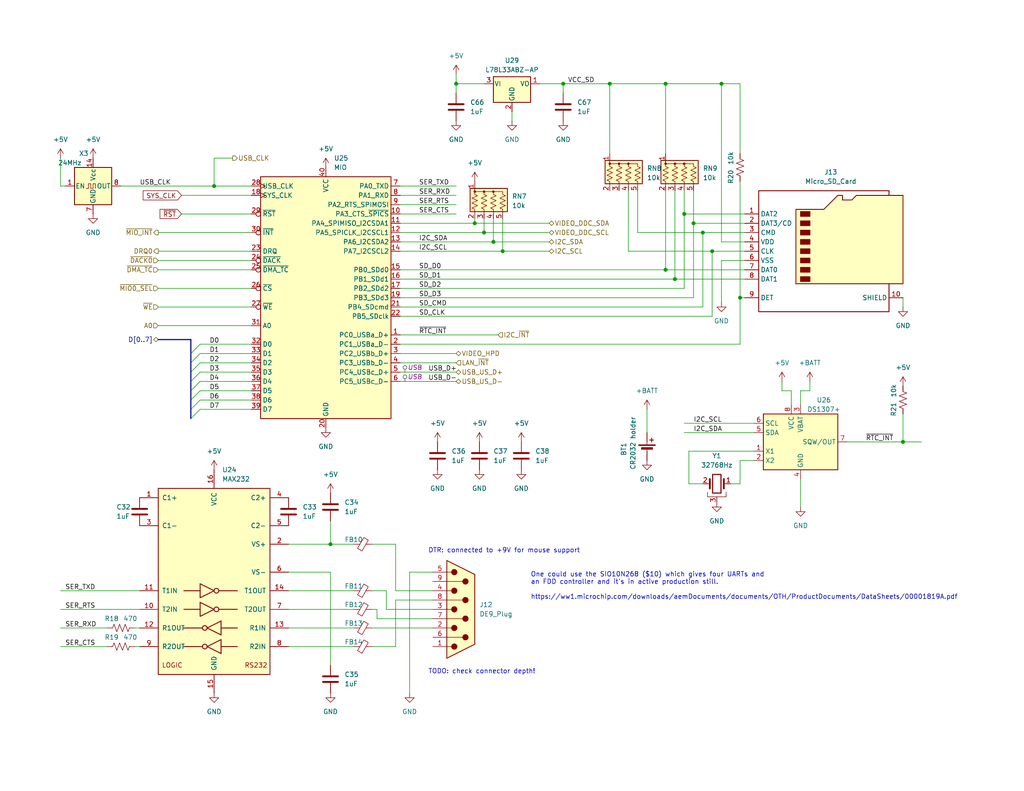
<source format=kicad_sch>
(kicad_sch (version 20231120) (generator "eeschema") (generator_version "8.0")
  (paper "A")
  (title_block (title "Anachron uATX Main I/O Interfaces") (date "2024-02-07") (company "Modular Circuits"))
  (lib_symbols
    (symbol "Connector:DE9_Plug" (pin_names (offset 1.016) hide)
      (property "Reference" "J" (at 0 13.97 0))
      (property "Value" "DE9_Plug" (at 0 -14.605 0))
      (symbol "DE9_Plug_0_1"
        (circle (center -1.778 -10.16) (radius 0.762) (fill (type outline)))
        (circle (center -1.778 -5.08) (radius 0.762) (fill (type outline)))
        (circle (center -1.778 0) (radius 0.762) (fill (type outline)))
        (circle (center -1.778 5.08) (radius 0.762) (fill (type outline)))
        (circle (center -1.778 10.16) (radius 0.762) (fill (type outline)))
        (polyline (pts (xy -3.81 -10.16) (xy -2.54 -10.16)))
        (polyline (pts (xy -3.81 -7.62) (xy 0.508 -7.62)))
        (polyline (pts (xy -3.81 -5.08) (xy -2.54 -5.08)))
        (polyline (pts (xy -3.81 -2.54) (xy 0.508 -2.54)))
        (polyline (pts (xy -3.81 0) (xy -2.54 0)))
        (polyline (pts (xy -3.81 2.54) (xy 0.508 2.54)))
        (polyline (pts (xy -3.81 5.08) (xy -2.54 5.08)))
        (polyline (pts (xy -3.81 7.62) (xy 0.508 7.62)))
        (polyline (pts (xy -3.81 10.16) (xy -2.54 10.16)))
        (polyline (pts (xy -3.81 -13.335) (xy -3.81 13.335) (xy 3.81 9.525) (xy 3.81 -9.525) (xy -3.81 -13.335)) (stroke (width 0.254)) (fill (type background)))
        (circle (center 1.27 -7.62) (radius 0.762) (fill (type outline)))
        (circle (center 1.27 -2.54) (radius 0.762) (fill (type outline)))
        (circle (center 1.27 2.54) (radius 0.762) (fill (type outline)))
        (circle (center 1.27 7.62) (radius 0.762) (fill (type outline)))
      )
      (symbol "DE9_Plug_1_1"
        (pin passive line (at -7.62 -10.16 0) (length 3.81) (name "1") (number "1"))
        (pin passive line (at -7.62 -5.08 0) (length 3.81) (name "2") (number "2"))
        (pin passive line (at -7.62 0 0) (length 3.81) (name "3") (number "3"))
        (pin passive line (at -7.62 5.08 0) (length 3.81) (name "4") (number "4"))
        (pin passive line (at -7.62 10.16 0) (length 3.81) (name "5") (number "5"))
        (pin passive line (at -7.62 -7.62 0) (length 3.81) (name "6") (number "6"))
        (pin passive line (at -7.62 -2.54 0) (length 3.81) (name "7") (number "7"))
        (pin passive line (at -7.62 2.54 0) (length 3.81) (name "8") (number "8"))
        (pin passive line (at -7.62 7.62 0) (length 3.81) (name "9") (number "9"))
      )
    )
    (symbol "Connector:Micro_SD_Card_Det1"
      (property "Reference" "J" (at -16.51 17.78 0))
      (property "Value" "Micro_SD_Card_Det1" (at 16.51 17.78 0))
      (symbol "Micro_SD_Card_Det1_0_1"
        (rectangle (start -7.62 -6.985) (end -5.08 -8.255) (stroke (width 0.254)) (fill (type outline)))
        (rectangle (start -7.62 -4.445) (end -5.08 -5.715) (stroke (width 0.254)) (fill (type outline)))
        (rectangle (start -7.62 -1.905) (end -5.08 -3.175) (stroke (width 0.254)) (fill (type outline)))
        (rectangle (start -7.62 0.635) (end -5.08 -0.635) (stroke (width 0.254)) (fill (type outline)))
        (rectangle (start -7.62 3.175) (end -5.08 1.905) (stroke (width 0.254)) (fill (type outline)))
        (rectangle (start -7.62 5.715) (end -5.08 4.445) (stroke (width 0.254)) (fill (type outline)))
        (rectangle (start -7.62 8.255) (end -5.08 6.985) (stroke (width 0.254)) (fill (type outline)))
        (rectangle (start -7.62 10.795) (end -5.08 9.525) (stroke (width 0.254)) (fill (type outline)))
        (polyline (pts (xy 16.51 15.24) (xy 16.51 16.51) (xy -19.05 16.51) (xy -19.05 -16.51) (xy 16.51 -16.51) (xy 16.51 -8.89)) (stroke (width 0.254)))
        (polyline (pts (xy -8.89 -8.89) (xy -8.89 11.43) (xy -1.27 11.43) (xy 2.54 15.24) (xy 3.81 15.24) (xy 3.81 13.97) (xy 6.35 13.97) (xy 7.62 15.24) (xy 20.32 15.24) (xy 20.32 -8.89) (xy -8.89 -8.89)) (stroke (width 0.254)) (fill (type background)))
      )
      (symbol "Micro_SD_Card_Det1_1_1"
        (pin bidirectional line (at -22.86 10.16 0) (length 3.81) (name "DAT2") (number "1"))
        (pin passive line (at 20.32 -12.7 180) (length 3.81) (name "SHIELD") (number "10"))
        (pin bidirectional line (at -22.86 7.62 0) (length 3.81) (name "DAT3/CD") (number "2"))
        (pin input line (at -22.86 5.08 0) (length 3.81) (name "CMD") (number "3"))
        (pin power_in line (at -22.86 2.54 0) (length 3.81) (name "VDD") (number "4"))
        (pin input line (at -22.86 0 0) (length 3.81) (name "CLK") (number "5"))
        (pin power_in line (at -22.86 -2.54 0) (length 3.81) (name "VSS") (number "6"))
        (pin bidirectional line (at -22.86 -5.08 0) (length 3.81) (name "DAT0") (number "7"))
        (pin bidirectional line (at -22.86 -7.62 0) (length 3.81) (name "DAT1") (number "8"))
        (pin passive line (at -22.86 -12.7 0) (length 3.81) (name "DET") (number "9"))
      )
    )
    (symbol "Device:Battery_Cell" (pin_numbers hide) (pin_names (offset 0) hide)
      (property "Reference" "BT" (at 2.54 2.54 0))
      (property "Value" "Battery_Cell" (at 2.54 0 0))
      (symbol "Battery_Cell_0_1"
        (rectangle (start -2.286 1.778) (end 2.286 1.524) (fill (type outline)))
        (rectangle (start -1.524 1.016) (end 1.524 0.508) (fill (type outline)))
        (polyline (pts (xy 0 0.762) (xy 0 0)))
        (polyline (pts (xy 0 1.778) (xy 0 2.54)))
        (polyline (pts (xy 0.762 3.048) (xy 1.778 3.048)) (stroke (width 0.254)))
        (polyline (pts (xy 1.27 3.556) (xy 1.27 2.54)) (stroke (width 0.254)))
      )
      (symbol "Battery_Cell_1_1"
        (pin passive line (at 0 5.08 270) (length 2.54) (name "+") (number "1"))
        (pin passive line (at 0 -2.54 90) (length 2.54) (name "-") (number "2"))
      )
    )
    (symbol "Device:C" (pin_numbers hide) (pin_names (offset 0.254))
      (property "Reference" "C" (at 0.635 2.54 0))
      (property "Value" "C" (at 0.635 -2.54 0))
      (symbol "C_0_1"
        (polyline (pts (xy -2.032 -0.762) (xy 2.032 -0.762)) (stroke (width 0.508)))
        (polyline (pts (xy -2.032 0.762) (xy 2.032 0.762)) (stroke (width 0.508)))
      )
      (symbol "C_1_1"
        (pin passive line (at 0 3.81 270) (length 2.794) (name "~") (number "1"))
        (pin passive line (at 0 -3.81 90) (length 2.794) (name "~") (number "2"))
      )
    )
    (symbol "Device:Crystal_GND3" (pin_names (offset 1.016) hide)
      (property "Reference" "Y" (at 0 5.715 0))
      (property "Value" "Crystal_GND3" (at 0 3.81 0))
      (symbol "Crystal_GND3_0_1"
        (rectangle (start -1.143 2.54) (end 1.143 -2.54) (stroke (width 0.3048)))
        (polyline (pts (xy -2.54 0) (xy -1.905 0)))
        (polyline (pts (xy -1.905 -1.27) (xy -1.905 1.27)) (stroke (width 0.508)))
        (polyline (pts (xy 0 -3.81) (xy 0 -3.556)))
        (polyline (pts (xy 1.905 0) (xy 2.54 0)))
        (polyline (pts (xy 1.905 1.27) (xy 1.905 -1.27)) (stroke (width 0.508)))
        (polyline (pts (xy -2.54 -2.286) (xy -2.54 -3.556) (xy 2.54 -3.556) (xy 2.54 -2.286)))
      )
      (symbol "Crystal_GND3_1_1"
        (pin passive line (at -3.81 0 0) (length 1.27) (name "1") (number "1"))
        (pin passive line (at 3.81 0 180) (length 1.27) (name "2") (number "2"))
        (pin passive line (at 0 -5.08 90) (length 1.27) (name "3") (number "3"))
      )
    )
    (symbol "Device:FerriteBead_Small" (pin_numbers hide) (pin_names (offset 0))
      (property "Reference" "FB" (at 1.905 1.27 0))
      (property "Value" "FerriteBead_Small" (at 1.905 -1.27 0))
      (symbol "FerriteBead_Small_0_1"
        (polyline (pts (xy 0 -1.27) (xy 0 -0.7874)))
        (polyline (pts (xy 0 0.889) (xy 0 1.2954)))
        (polyline (pts (xy -1.8288 0.2794) (xy -1.1176 1.4986) (xy 1.8288 -0.2032) (xy 1.1176 -1.4224) (xy -1.8288 0.2794)))
      )
      (symbol "FerriteBead_Small_1_1"
        (pin passive line (at 0 2.54 270) (length 1.27) (name "~") (number "1"))
        (pin passive line (at 0 -2.54 90) (length 1.27) (name "~") (number "2"))
      )
    )
    (symbol "Device:R_Network04_US" (pin_names (offset 0) hide)
      (property "Reference" "RN" (at -7.62 0 90))
      (property "Value" "R_Network04_US" (at 5.08 0 90))
      (symbol "R_Network04_US_0_1"
        (rectangle (start -6.35 -3.175) (end 3.81 3.175) (stroke (width 0.254)) (fill (type background)))
        (circle (center -5.08 2.286) (radius 0.254) (fill (type outline)))
        (circle (center -2.54 2.286) (radius 0.254) (fill (type outline)))
        (polyline (pts (xy -5.08 2.286) (xy 2.54 2.286)))
        (polyline (pts (xy -5.08 2.286) (xy -5.08 1.524) (xy -4.318 1.1684) (xy -5.842 0.508) (xy -4.318 -0.1524) (xy -5.842 -0.8382) (xy -4.318 -1.524) (xy -5.842 -2.1844) (xy -5.08 -2.54) (xy -5.08 -3.81)))
        (polyline (pts (xy -2.54 2.286) (xy -2.54 1.524) (xy -1.778 1.1684) (xy -3.302 0.508) (xy -1.778 -0.1524) (xy -3.302 -0.8382) (xy -1.778 -1.524) (xy -3.302 -2.1844) (xy -2.54 -2.54) (xy -2.54 -3.81)))
        (polyline (pts (xy 0 2.286) (xy 0 1.524) (xy 0.762 1.1684) (xy -0.762 0.508) (xy 0.762 -0.1524) (xy -0.762 -0.8382) (xy 0.762 -1.524) (xy -0.762 -2.1844) (xy 0 -2.54) (xy 0 -3.81)))
        (polyline (pts (xy 2.54 2.286) (xy 2.54 1.524) (xy 3.302 1.1684) (xy 1.778 0.508) (xy 3.302 -0.1524) (xy 1.778 -0.8382) (xy 3.302 -1.524) (xy 1.778 -2.1844) (xy 2.54 -2.54) (xy 2.54 -3.81)))
        (circle (center 0 2.286) (radius 0.254) (fill (type outline)))
      )
      (symbol "R_Network04_US_1_1"
        (pin passive line (at -5.08 5.08 270) (length 2.54) (name "common") (number "1"))
        (pin passive line (at -5.08 -5.08 90) (length 1.27) (name "R1") (number "2"))
        (pin passive line (at -2.54 -5.08 90) (length 1.27) (name "R2") (number "3"))
        (pin passive line (at 0 -5.08 90) (length 1.27) (name "R3") (number "4"))
        (pin passive line (at 2.54 -5.08 90) (length 1.27) (name "R4") (number "5"))
      )
    )
    (symbol "Device:R_US" (pin_numbers hide) (pin_names (offset 0))
      (property "Reference" "R" (at 2.54 0 90))
      (property "Value" "R_US" (at -2.54 0 90))
      (symbol "R_US_0_1"
        (polyline (pts (xy 0 -2.286) (xy 0 -2.54)))
        (polyline (pts (xy 0 2.286) (xy 0 2.54)))
        (polyline (pts (xy 0 -0.762) (xy 1.016 -1.143) (xy 0 -1.524) (xy -1.016 -1.905) (xy 0 -2.286)))
        (polyline (pts (xy 0 0.762) (xy 1.016 0.381) (xy 0 0) (xy -1.016 -0.381) (xy 0 -0.762)))
        (polyline (pts (xy 0 2.286) (xy 1.016 1.905) (xy 0 1.524) (xy -1.016 1.143) (xy 0 0.762)))
      )
      (symbol "R_US_1_1"
        (pin passive line (at 0 3.81 270) (length 1.27) (name "~") (number "1"))
        (pin passive line (at 0 -3.81 90) (length 1.27) (name "~") (number "2"))
      )
    )
    (symbol "Interface_UART:MAX232" (pin_names (offset 1.016))
      (property "Reference" "U" (at -2.54 28.575 0))
      (property "Value" "MAX232" (at -2.54 26.67 0))
      (symbol "MAX232_0_0"
        (text "LOGIC" (at -11.43 -22.86 0) (effects (font (size 1.27 1.27))))
        (text "RS232" (at 11.43 -22.86 0) (effects (font (size 1.27 1.27))))
      )
      (symbol "MAX232_0_1"
        (rectangle (start -15.24 -25.4) (end 15.24 25.4) (stroke (width 0.254)) (fill (type background)))
        (circle (center -2.54 -17.78) (radius 0.635) (stroke (width 0.254)))
        (circle (center -2.54 -12.7) (radius 0.635) (stroke (width 0.254)))
        (polyline (pts (xy -3.81 -7.62) (xy -8.255 -7.62)) (stroke (width 0.254)))
        (polyline (pts (xy -3.81 -2.54) (xy -8.255 -2.54)) (stroke (width 0.254)))
        (polyline (pts (xy -3.175 -17.78) (xy -8.255 -17.78)) (stroke (width 0.254)))
        (polyline (pts (xy -3.175 -12.7) (xy -8.255 -12.7)) (stroke (width 0.254)))
        (polyline (pts (xy 1.27 -7.62) (xy 6.35 -7.62)) (stroke (width 0.254)))
        (polyline (pts (xy 1.27 -2.54) (xy 6.35 -2.54)) (stroke (width 0.254)))
        (polyline (pts (xy 1.905 -17.78) (xy 6.35 -17.78)) (stroke (width 0.254)))
        (polyline (pts (xy 1.905 -12.7) (xy 6.35 -12.7)) (stroke (width 0.254)))
        (polyline (pts (xy -3.81 -5.715) (xy -3.81 -9.525) (xy 0 -7.62) (xy -3.81 -5.715)) (stroke (width 0.254)))
        (polyline (pts (xy -3.81 -0.635) (xy -3.81 -4.445) (xy 0 -2.54) (xy -3.81 -0.635)) (stroke (width 0.254)))
        (polyline (pts (xy 1.905 -15.875) (xy 1.905 -19.685) (xy -1.905 -17.78) (xy 1.905 -15.875)) (stroke (width 0.254)))
        (polyline (pts (xy 1.905 -10.795) (xy 1.905 -14.605) (xy -1.905 -12.7) (xy 1.905 -10.795)) (stroke (width 0.254)))
        (circle (center 0.635 -7.62) (radius 0.635) (stroke (width 0.254)))
        (circle (center 0.635 -2.54) (radius 0.635) (stroke (width 0.254)))
      )
      (symbol "MAX232_1_1"
        (pin passive line (at -20.32 22.86 0) (length 5.08) (name "C1+") (number "1"))
        (pin input line (at -20.32 -7.62 0) (length 5.08) (name "T2IN") (number "10"))
        (pin input line (at -20.32 -2.54 0) (length 5.08) (name "T1IN") (number "11"))
        (pin output line (at -20.32 -12.7 0) (length 5.08) (name "R1OUT") (number "12"))
        (pin input line (at 20.32 -12.7 180) (length 5.08) (name "R1IN") (number "13"))
        (pin output line (at 20.32 -2.54 180) (length 5.08) (name "T1OUT") (number "14"))
        (pin power_in line (at 0 -30.48 90) (length 5.08) (name "GND") (number "15"))
        (pin power_in line (at 0 30.48 270) (length 5.08) (name "VCC") (number "16"))
        (pin power_out line (at 20.32 10.16 180) (length 5.08) (name "VS+") (number "2"))
        (pin passive line (at -20.32 15.24 0) (length 5.08) (name "C1-") (number "3"))
        (pin passive line (at 20.32 22.86 180) (length 5.08) (name "C2+") (number "4"))
        (pin passive line (at 20.32 15.24 180) (length 5.08) (name "C2-") (number "5"))
        (pin power_out line (at 20.32 2.54 180) (length 5.08) (name "VS-") (number "6"))
        (pin output line (at 20.32 -7.62 180) (length 5.08) (name "T2OUT") (number "7"))
        (pin input line (at 20.32 -17.78 180) (length 5.08) (name "R2IN") (number "8"))
        (pin output line (at -20.32 -17.78 0) (length 5.08) (name "R2OUT") (number "9"))
      )
    )
    (symbol "Oscillator:CXO_DIP14" (pin_names (offset 0.254))
      (property "Reference" "X" (at -5.08 6.35 0))
      (property "Value" "CXO_DIP14" (at 1.27 -6.35 0))
      (symbol "CXO_DIP14_0_1"
        (rectangle (start -5.08 5.08) (end 5.08 -5.08) (stroke (width 0.254)) (fill (type background)))
        (polyline (pts (xy -1.905 -0.635) (xy -1.27 -0.635) (xy -1.27 0.635) (xy -0.635 0.635) (xy -0.635 -0.635) (xy 0 -0.635) (xy 0 0.635) (xy 0.635 0.635) (xy 0.635 -0.635)))
      )
      (symbol "CXO_DIP14_1_1"
        (pin input line (at -7.62 0 0) (length 2.54) (name "EN") (number "1"))
        (pin power_in line (at 0 7.62 270) (length 2.54) (name "Vcc") (number "14"))
        (pin power_in line (at 0 -7.62 90) (length 2.54) (name "GND") (number "7"))
        (pin output line (at 7.62 0 180) (length 2.54) (name "OUT") (number "8"))
      )
    )
    (symbol "Regulator_Linear:L78L05_TO92" (pin_names (offset 0.254))
      (property "Reference" "U" (at -3.81 3.175 0))
      (property "Value" "L78L05_TO92" (at 0 3.175 0))
      (symbol "L78L05_TO92_0_1"
        (rectangle (start -5.08 -5.08) (end 5.08 1.905) (stroke (width 0.254)) (fill (type background)))
      )
      (symbol "L78L05_TO92_1_1"
        (pin power_out line (at 7.62 0 180) (length 2.54) (name "VO") (number "1"))
        (pin power_in line (at 0 -7.62 90) (length 2.54) (name "GND") (number "2"))
        (pin power_in line (at -7.62 0 0) (length 2.54) (name "VI") (number "3"))
      )
    )
    (symbol "Timer_RTC:DS1307+"
      (property "Reference" "U" (at -8.89 8.89 0))
      (property "Value" "DS1307+" (at 1.27 8.89 0))
      (symbol "DS1307+_0_1"
        (rectangle (start -10.16 7.62) (end 10.16 -7.62) (stroke (width 0.254)) (fill (type background)))
      )
      (symbol "DS1307+_1_1"
        (pin input line (at -12.7 -2.54 0) (length 2.54) (name "X1") (number "1"))
        (pin input line (at -12.7 -5.08 0) (length 2.54) (name "X2") (number "2"))
        (pin power_in line (at 0 10.16 270) (length 2.54) (name "VBAT") (number "3"))
        (pin power_in line (at 0 -10.16 90) (length 2.54) (name "GND") (number "4"))
        (pin bidirectional line (at -12.7 2.54 0) (length 2.54) (name "SDA") (number "5"))
        (pin input line (at -12.7 5.08 0) (length 2.54) (name "SCL") (number "6"))
        (pin open_collector line (at 12.7 0 180) (length 2.54) (name "SQW/OUT") (number "7"))
        (pin power_in line (at -2.54 10.16 270) (length 2.54) (name "VCC") (number "8"))
      )
    )
    (symbol "anachron:mio"
      (property "Reference" "U" (at 20.32 27.94 0))
      (property "Value" "MIO" (at -17.78 35.56 0))
      (symbol "mio_0_0"
        (pin bidirectional line (at 20.32 -7.62 180) (length 2.54) (name "PC0_USBa_D+") (number "1"))
        (pin bidirectional line (at 20.32 10.16 180) (length 2.54) (name "PB0_SDd0") (number "15"))
        (pin bidirectional line (at 20.32 7.62 180) (length 2.54) (name "PB1_SDd1") (number "16"))
        (pin bidirectional line (at 20.32 5.08 180) (length 2.54) (name "PB2_SDd2") (number "17"))
        (pin bidirectional line (at 20.32 -10.16 180) (length 2.54) (name "PC1_USBa_D-") (number "2"))
        (pin power_in line (at 0 -33.02 90) (length 2.54) (name "GND") (number "20"))
        (pin input inverted (at -20.32 25.4 0) (length 2.54) (name "~{RST}") (number "29"))
        (pin bidirectional line (at 20.32 -12.7 180) (length 2.54) (name "PC2_USBb_D+") (number "3"))
        (pin input line (at -20.32 -5.08 0) (length 2.54) (name "A0") (number "31"))
        (pin bidirectional line (at -20.32 -10.16 0) (length 2.54) (name "D0") (number "32"))
        (pin bidirectional line (at -20.32 -12.7 0) (length 2.54) (name "D1") (number "33"))
        (pin bidirectional line (at -20.32 -15.24 0) (length 2.54) (name "D2") (number "34"))
        (pin bidirectional line (at -20.32 -17.78 0) (length 2.54) (name "D3") (number "35"))
        (pin bidirectional line (at -20.32 -20.32 0) (length 2.54) (name "D4") (number "36"))
        (pin bidirectional line (at -20.32 -22.86 0) (length 2.54) (name "D5") (number "37"))
        (pin bidirectional line (at -20.32 -25.4 0) (length 2.54) (name "D6") (number "38"))
        (pin bidirectional line (at -20.32 -27.94 0) (length 2.54) (name "D7") (number "39"))
        (pin bidirectional line (at 20.32 -15.24 180) (length 2.54) (name "PC3_USBb_D-") (number "4"))
        (pin power_in line (at 0 38.1 270) (length 2.54) (name "VCC") (number "40"))
        (pin bidirectional line (at 20.32 -17.78 180) (length 2.54) (name "PC4_USBc_D+") (number "5"))
        (pin bidirectional line (at 20.32 -20.32 180) (length 2.54) (name "PC5_USBc_D-") (number "6"))
      )
      (symbol "mio_0_1"
        (rectangle (start -17.78 35.56) (end 17.78 -30.48) (stroke (width 0.254)) (fill (type background)))
      )
      (symbol "mio_1_0"
        (pin bidirectional line (at 20.32 25.4 180) (length 2.54) (name "PA3_CTS_~{SPICS}") (number "10"))
        (pin bidirectional line (at 20.32 22.86 180) (length 2.54) (name "PA4_SPIMISO_I2CSDA1") (number "11"))
        (pin bidirectional line (at 20.32 20.32 180) (length 2.54) (name "PA5_SPICLK_I2CSCL1") (number "12"))
        (pin bidirectional line (at 20.32 17.78 180) (length 2.54) (name "PA6_I2CSDA2") (number "13"))
        (pin bidirectional line (at 20.32 15.24 180) (length 2.54) (name "PA7_I2CSCL2") (number "14"))
        (pin input clock (at -20.32 30.48 0) (length 2.54) (name "SYS_CLK") (number "18"))
        (pin bidirectional line (at 20.32 2.54 180) (length 2.54) (name "PB3_SDd3") (number "19"))
        (pin bidirectional line (at 20.32 0 180) (length 2.54) (name "PB4_SDcmd") (number "21"))
        (pin bidirectional line (at 20.32 -2.54 180) (length 2.54) (name "PB5_SDclk") (number "22"))
        (pin output line (at -20.32 15.24 0) (length 2.54) (name "DRQ") (number "23"))
        (pin input inverted (at -20.32 12.7 0) (length 2.54) (name "~{DACK}") (number "24"))
        (pin input inverted (at -20.32 10.16 0) (length 2.54) (name "~{DMA_TC}") (number "25"))
        (pin input inverted (at -20.32 5.08 0) (length 2.54) (name "~{CS}") (number "26"))
        (pin input inverted (at -20.32 0 0) (length 2.54) (name "~{WE}") (number "27"))
        (pin input clock (at -20.32 33.02 0) (length 2.54) (name "USB_CLK") (number "28"))
        (pin open_collector inverted (at -20.32 20.32 0) (length 2.54) (name "~{INT}") (number "30"))
        (pin bidirectional line (at 20.32 33.02 180) (length 2.54) (name "PA0_TXD") (number "7"))
        (pin bidirectional line (at 20.32 30.48 180) (length 2.54) (name "PA1_RXD") (number "8"))
        (pin bidirectional line (at 20.32 27.94 180) (length 2.54) (name "PA2_RTS_SPIMOSI") (number "9"))
      )
    )
    (symbol "power:+5V" (power) (pin_names (offset 0))
      (property "Value" "+5V" (at 0 3.556 0))
      (symbol "+5V_0_1"
        (polyline (pts (xy -0.762 1.27) (xy 0 2.54)))
        (polyline (pts (xy 0 0) (xy 0 2.54)))
        (polyline (pts (xy 0 2.54) (xy 0.762 1.27)))
      )
      (symbol "+5V_1_1"
        (pin power_in line (at 0 0 90) (length 0) hide (name "+5V") (number "1"))
      )
    )
    (symbol "power:+BATT" (power) (pin_names (offset 0))
      (property "Value" "+BATT" (at 0 3.556 0))
      (symbol "+BATT_0_1"
        (polyline (pts (xy -0.762 1.27) (xy 0 2.54)))
        (polyline (pts (xy 0 0) (xy 0 2.54)))
        (polyline (pts (xy 0 2.54) (xy 0.762 1.27)))
      )
      (symbol "+BATT_1_1"
        (pin power_in line (at 0 0 90) (length 0) hide (name "+BATT") (number "1"))
      )
    )
    (symbol "power:GND" (power) (pin_names (offset 0))
      (property "Value" "GND" (at 0 -3.81 0))
      (symbol "GND_0_1"
        (polyline (pts (xy 0 0) (xy 0 -1.27) (xy 1.27 -1.27) (xy 0 -2.54) (xy -1.27 -1.27) (xy 0 -1.27)))
      )
      (symbol "GND_1_1"
        (pin power_in line (at 0 0 270) (length 0) hide (name "GND") (number "1"))
      )
    )
  )
  (junction (at 132.08 63.5))
  (junction (at 246.38 120.65))
  (junction (at 90.17 148.59))
  (junction (at 124.46 22.86))
  (junction (at 134.62 66.04))
  (junction (at 166.37 22.86))
  (junction (at 58.42 50.8))
  (junction (at 153.67 22.86))
  (junction (at 181.61 73.66))
  (junction (at 194.31 68.58))
  (junction (at 201.93 81.28))
  (junction (at 137.16 68.58))
  (junction (at 186.69 58.42))
  (junction (at 189.23 60.96))
  (junction (at 129.54 60.96))
  (junction (at 181.61 22.86))
  (junction (at 184.15 76.2))
  (junction (at 196.85 22.86))
  (junction (at 191.77 63.5))
  (bus_entry (at 52.07 114.3) (size 2.54 -2.54))
  (bus_entry (at 52.07 99.06) (size 2.54 -2.54))
  (bus_entry (at 52.07 109.22) (size 2.54 -2.54))
  (bus_entry (at 52.07 104.14) (size 2.54 -2.54))
  (bus_entry (at 52.07 111.76) (size 2.54 -2.54))
  (bus_entry (at 52.07 101.6) (size 2.54 -2.54))
  (bus_entry (at 52.07 106.68) (size 2.54 -2.54))
  (bus_entry (at 52.07 96.52) (size 2.54 -2.54))
  (wire (pts (xy 196.85 22.86) (xy 196.85 66.04)))
  (wire (pts (xy 201.93 22.86) (xy 201.93 41.91)))
  (wire (pts (xy 58.42 43.18) (xy 58.42 50.8)))
  (wire (pts (xy 124.46 22.86) (xy 132.08 22.86)))
  (wire (pts (xy 187.96 132.08) (xy 191.77 132.08)))
  (wire (pts (xy 90.17 181.61) (xy 90.17 156.21)))
  (wire (pts (xy 109.22 81.28) (xy 189.23 81.28)))
  (wire (pts (xy 199.39 132.08) (xy 201.93 132.08)))
  (wire (pts (xy 118.11 168.91) (xy 102.87 168.91)))
  (bus (pts (xy 52.07 106.68) (xy 52.07 109.22)))
  (wire (pts (xy 63.5 43.18) (xy 58.42 43.18)))
  (bus (pts (xy 52.07 104.14) (xy 52.07 106.68)))
  (wire (pts (xy 184.15 52.07) (xy 184.15 76.2)))
  (wire (pts (xy 78.74 156.21) (xy 90.17 156.21)))
  (wire (pts (xy 111.76 156.21) (xy 111.76 189.23)))
  (wire (pts (xy 181.61 22.86) (xy 181.61 41.91)))
  (wire (pts (xy 109.22 66.04) (xy 134.62 66.04)))
  (wire (pts (xy 129.54 60.96) (xy 149.86 60.96)))
  (wire (pts (xy 203.2 71.12) (xy 196.85 71.12)))
  (wire (pts (xy 43.18 83.82) (xy 68.58 83.82)))
  (wire (pts (xy 54.61 111.76) (xy 68.58 111.76)))
  (wire (pts (xy 54.61 104.14) (xy 68.58 104.14)))
  (wire (pts (xy 109.22 93.98) (xy 201.93 93.98)))
  (wire (pts (xy 105.41 166.37) (xy 105.41 161.29)))
  (wire (pts (xy 194.31 68.58) (xy 171.45 68.58)))
  (wire (pts (xy 96.52 161.29) (xy 78.74 161.29)))
  (wire (pts (xy 78.74 148.59) (xy 90.17 148.59)))
  (wire (pts (xy 43.18 63.5) (xy 68.58 63.5)))
  (wire (pts (xy 43.18 68.58) (xy 68.58 68.58)))
  (wire (pts (xy 173.99 52.07) (xy 173.99 63.5)))
  (wire (pts (xy 54.61 96.52) (xy 68.58 96.52)))
  (wire (pts (xy 181.61 52.07) (xy 181.61 73.66)))
  (wire (pts (xy 201.93 93.98) (xy 201.93 81.28)))
  (wire (pts (xy 132.08 59.69) (xy 132.08 63.5)))
  (wire (pts (xy 109.22 76.2) (xy 184.15 76.2)))
  (wire (pts (xy 96.52 148.59) (xy 90.17 148.59)))
  (wire (pts (xy 16.51 166.37) (xy 38.1 166.37)))
  (wire (pts (xy 43.18 88.9) (xy 68.58 88.9)))
  (wire (pts (xy 107.95 161.29) (xy 118.11 161.29)))
  (wire (pts (xy 186.69 118.11) (xy 205.74 118.11)))
  (wire (pts (xy 137.16 68.58) (xy 149.86 68.58)))
  (wire (pts (xy 109.22 104.14) (xy 124.46 104.14)))
  (bus (pts (xy 52.07 101.6) (xy 52.07 104.14)))
  (wire (pts (xy 17.78 50.8) (xy 16.51 50.8)))
  (wire (pts (xy 189.23 60.96) (xy 203.2 60.96)))
  (wire (pts (xy 78.74 171.45) (xy 96.52 171.45)))
  (wire (pts (xy 16.51 43.18) (xy 16.51 50.8)))
  (wire (pts (xy 166.37 22.86) (xy 166.37 41.91)))
  (wire (pts (xy 218.44 106.68) (xy 218.44 110.49)))
  (wire (pts (xy 201.93 49.53) (xy 201.93 81.28)))
  (wire (pts (xy 124.46 20.32) (xy 124.46 22.86)))
  (wire (pts (xy 196.85 22.86) (xy 201.93 22.86)))
  (wire (pts (xy 220.98 106.68) (xy 218.44 106.68)))
  (wire (pts (xy 139.7 30.48) (xy 139.7 33.02)))
  (wire (pts (xy 176.53 111.76) (xy 176.53 118.11)))
  (wire (pts (xy 118.11 166.37) (xy 105.41 166.37)))
  (wire (pts (xy 16.51 161.29) (xy 38.1 161.29)))
  (wire (pts (xy 105.41 161.29) (xy 101.6 161.29)))
  (wire (pts (xy 134.62 66.04) (xy 149.86 66.04)))
  (wire (pts (xy 191.77 63.5) (xy 173.99 63.5)))
  (wire (pts (xy 129.54 59.69) (xy 129.54 60.96)))
  (wire (pts (xy 101.6 171.45) (xy 118.11 171.45)))
  (wire (pts (xy 109.22 60.96) (xy 129.54 60.96)))
  (wire (pts (xy 118.11 163.83) (xy 107.95 163.83)))
  (wire (pts (xy 109.22 63.5) (xy 132.08 63.5)))
  (wire (pts (xy 49.53 58.42) (xy 68.58 58.42)))
  (wire (pts (xy 186.69 52.07) (xy 186.69 58.42)))
  (wire (pts (xy 213.36 106.68) (xy 215.9 106.68)))
  (wire (pts (xy 246.38 120.65) (xy 251.46 120.65)))
  (wire (pts (xy 215.9 106.68) (xy 215.9 110.49)))
  (wire (pts (xy 186.69 115.57) (xy 205.74 115.57)))
  (wire (pts (xy 186.69 58.42) (xy 203.2 58.42)))
  (wire (pts (xy 109.22 78.74) (xy 186.69 78.74)))
  (wire (pts (xy 102.87 168.91) (xy 102.87 166.37)))
  (wire (pts (xy 153.67 22.86) (xy 166.37 22.86)))
  (wire (pts (xy 191.77 83.82) (xy 191.77 63.5)))
  (wire (pts (xy 220.98 104.14) (xy 220.98 106.68)))
  (wire (pts (xy 196.85 71.12) (xy 196.85 82.55)))
  (wire (pts (xy 109.22 83.82) (xy 191.77 83.82)))
  (wire (pts (xy 205.74 123.19) (xy 187.96 123.19)))
  (wire (pts (xy 109.22 96.52) (xy 124.46 96.52)))
  (wire (pts (xy 231.14 120.65) (xy 246.38 120.65)))
  (wire (pts (xy 107.95 148.59) (xy 101.6 148.59)))
  (wire (pts (xy 124.46 25.4) (xy 124.46 22.86)))
  (wire (pts (xy 201.93 132.08) (xy 201.93 125.73)))
  (wire (pts (xy 54.61 106.68) (xy 68.58 106.68)))
  (wire (pts (xy 186.69 78.74) (xy 186.69 58.42)))
  (wire (pts (xy 43.18 73.66) (xy 68.58 73.66)))
  (wire (pts (xy 43.18 78.74) (xy 68.58 78.74)))
  (wire (pts (xy 43.18 71.12) (xy 68.58 71.12)))
  (wire (pts (xy 54.61 101.6) (xy 68.58 101.6)))
  (wire (pts (xy 194.31 86.36) (xy 194.31 68.58)))
  (bus (pts (xy 43.18 92.71) (xy 52.07 92.71)))
  (wire (pts (xy 201.93 81.28) (xy 203.2 81.28)))
  (wire (pts (xy 153.67 22.86) (xy 153.67 25.4)))
  (wire (pts (xy 109.22 58.42) (xy 124.46 58.42)))
  (bus (pts (xy 52.07 111.76) (xy 52.07 114.3)))
  (wire (pts (xy 54.61 99.06) (xy 68.58 99.06)))
  (wire (pts (xy 203.2 66.04) (xy 196.85 66.04)))
  (bus (pts (xy 52.07 92.71) (xy 52.07 96.52)))
  (wire (pts (xy 118.11 156.21) (xy 111.76 156.21)))
  (wire (pts (xy 189.23 81.28) (xy 189.23 60.96)))
  (wire (pts (xy 107.95 161.29) (xy 107.95 148.59)))
  (wire (pts (xy 33.02 50.8) (xy 58.42 50.8)))
  (wire (pts (xy 124.46 99.06) (xy 109.22 99.06)))
  (bus (pts (xy 52.07 96.52) (xy 52.07 99.06)))
  (wire (pts (xy 246.38 113.03) (xy 246.38 120.65)))
  (wire (pts (xy 147.32 22.86) (xy 153.67 22.86)))
  (wire (pts (xy 58.42 50.8) (xy 68.58 50.8)))
  (wire (pts (xy 54.61 93.98) (xy 68.58 93.98)))
  (wire (pts (xy 107.95 176.53) (xy 101.6 176.53)))
  (wire (pts (xy 36.83 176.53) (xy 38.1 176.53)))
  (bus (pts (xy 52.07 99.06) (xy 52.07 101.6)))
  (wire (pts (xy 184.15 76.2) (xy 203.2 76.2)))
  (wire (pts (xy 16.51 171.45) (xy 29.21 171.45)))
  (wire (pts (xy 191.77 63.5) (xy 203.2 63.5)))
  (wire (pts (xy 171.45 52.07) (xy 171.45 68.58)))
  (wire (pts (xy 181.61 22.86) (xy 196.85 22.86)))
  (wire (pts (xy 49.53 53.34) (xy 68.58 53.34)))
  (wire (pts (xy 96.52 166.37) (xy 78.74 166.37)))
  (wire (pts (xy 109.22 50.8) (xy 124.46 50.8)))
  (wire (pts (xy 102.87 166.37) (xy 101.6 166.37)))
  (wire (pts (xy 189.23 52.07) (xy 189.23 60.96)))
  (wire (pts (xy 109.22 68.58) (xy 137.16 68.58)))
  (wire (pts (xy 109.22 55.88) (xy 124.46 55.88)))
  (wire (pts (xy 187.96 123.19) (xy 187.96 132.08)))
  (wire (pts (xy 109.22 86.36) (xy 194.31 86.36)))
  (wire (pts (xy 16.51 176.53) (xy 29.21 176.53)))
  (wire (pts (xy 213.36 106.68) (xy 213.36 104.14)))
  (wire (pts (xy 109.22 73.66) (xy 181.61 73.66)))
  (wire (pts (xy 132.08 63.5) (xy 149.86 63.5)))
  (wire (pts (xy 109.22 101.6) (xy 124.46 101.6)))
  (wire (pts (xy 218.44 130.81) (xy 218.44 138.43)))
  (wire (pts (xy 181.61 73.66) (xy 203.2 73.66)))
  (wire (pts (xy 137.16 59.69) (xy 137.16 68.58)))
  (wire (pts (xy 109.22 91.44) (xy 135.89 91.44)))
  (wire (pts (xy 201.93 125.73) (xy 205.74 125.73)))
  (wire (pts (xy 109.22 53.34) (xy 124.46 53.34)))
  (wire (pts (xy 90.17 142.24) (xy 90.17 148.59)))
  (wire (pts (xy 36.83 171.45) (xy 38.1 171.45)))
  (wire (pts (xy 246.38 81.28) (xy 246.38 83.82)))
  (wire (pts (xy 54.61 109.22) (xy 68.58 109.22)))
  (wire (pts (xy 134.62 59.69) (xy 134.62 66.04)))
  (wire (pts (xy 166.37 22.86) (xy 181.61 22.86)))
  (bus (pts (xy 52.07 109.22) (xy 52.07 111.76)))
  (wire (pts (xy 194.31 68.58) (xy 203.2 68.58)))
  (wire (pts (xy 96.52 176.53) (xy 78.74 176.53)))
  (wire (pts (xy 107.95 163.83) (xy 107.95 176.53)))
  (text "One could use the SIO10N268 ($10) which gives four UARTs and\nan FDD controller and it's in active production still.\n\nhttps://ww1.microchip.com/downloads/aemDocuments/documents/OTH/ProductDocuments/DataSheets/00001819A.pdf\n" (at 144.78 163.83 0) (effects (font (size 1.27 1.27)) (justify left bottom)))
  (text "TODO: check connector depth!\n" (at 116.84 184.15 0) (effects (font (size 1.27 1.27)) (justify left bottom)))
  (text "DTR: connected to +9V for mouse support" (at 116.84 151.13 0) (effects (font (size 1.27 1.27)) (justify left bottom)))
  (label "SER_RXD" (at 114.3 53.34 0))
  (label "SER_CTS" (at 114.3 58.42 0))
  (label "SER_TXD" (at 114.3 50.8 0))
  (label "SD_CMD" (at 114.3 83.82 0))
  (label "D2" (at 57.15 99.06 0))
  (label "D5" (at 57.15 106.68 0))
  (label "~{RTC_INT}" (at 114.3 91.44 0))
  (label "D0" (at 57.15 93.98 0))
  (label "I2C_SCL" (at 189.23 115.57 0))
  (label "I2C_SDA" (at 189.23 118.11 0))
  (label "SD_D2" (at 114.3 78.74 0))
  (label "SD_D3" (at 114.3 81.28 0))
  (label "D7" (at 57.15 111.76 0))
  (label "USB_CLK" (at 38.1 50.8 0))
  (label "VCC_SD" (at 154.94 22.86 0))
  (label "SD_D1" (at 114.3 76.2 0))
  (label "SER_RXD" (at 17.78 171.45 0))
  (label "SD_CLK" (at 114.3 86.36 0))
  (label "~{RTC_INT}" (at 236.22 120.65 0))
  (label "SER_CTS" (at 17.78 176.53 0))
  (label "D6" (at 57.15 109.22 0))
  (label "I2C_SCL" (at 114.3 68.58 0))
  (label "I2C_SDA" (at 114.3 66.04 0))
  (label "D3" (at 57.15 101.6 0))
  (label "SD_D0" (at 114.3 73.66 0))
  (label "USB_D+" (at 116.84 101.6 0))
  (label "SER_RTS" (at 114.3 55.88 0))
  (label "D4" (at 57.15 104.14 0))
  (label "USB_D-" (at 116.84 104.14 0))
  (label "SER_RTS" (at 17.78 166.37 0))
  (label "SER_TXD" (at 17.78 161.29 0))
  (label "D1" (at 57.15 96.52 0))
  (global_label "~{RST}" (shape input) (at 49.53 58.42 180) (property "Intersheetrefs" "${INTERSHEET_REFS}" (effects (hide yes))))
  (global_label "SYS_CLK" (shape input) (at 49.53 53.34 180) (property "Intersheetrefs" "${INTERSHEET_REFS}" (effects (hide yes))))
  (hierarchical_label "~{MIO0_SEL}" (shape input) (at 43.18 78.74 180))
  (hierarchical_label "DRQ0" (shape output) (at 43.18 68.58 180))
  (hierarchical_label "USB_US_D+" (shape bidirectional) (at 124.46 101.6 0))
  (hierarchical_label "~{MIO_INT}" (shape output) (at 43.18 63.5 180))
  (hierarchical_label "~{DMA_TC}" (shape input) (at 43.18 73.66 180))
  (hierarchical_label "USB_US_D-" (shape bidirectional) (at 124.46 104.14 0))
  (hierarchical_label "D[0..7]" (shape bidirectional) (at 43.18 92.71 180))
  (hierarchical_label "~{DACK0}" (shape input) (at 43.18 71.12 180))
  (hierarchical_label "I2C_SCL" (shape bidirectional) (at 149.86 68.58 0))
  (hierarchical_label "LAN_~{INT}" (shape input) (at 124.46 99.06 0))
  (hierarchical_label "VIDEO_DDC_SDA" (shape bidirectional) (at 149.86 60.96 0))
  (hierarchical_label "USB_CLK" (shape output) (at 63.5 43.18 0))
  (hierarchical_label "I2C_SDA" (shape bidirectional) (at 149.86 66.04 0))
  (hierarchical_label "VIDEO_HPD" (shape bidirectional) (at 124.46 96.52 0))
  (hierarchical_label "I2C_~{INT}" (shape input) (at 135.89 91.44 0))
  (hierarchical_label "~{WE}" (shape input) (at 43.18 83.82 180))
  (hierarchical_label "A0" (shape input) (at 43.18 88.9 180))
  (hierarchical_label "VIDEO_DDC_SCL" (shape bidirectional) (at 149.86 63.5 0))
  (netclass_flag "" (length 1.27) (shape round) (at 110.49 104.14 0) (property "Netclass" "USB" (at 111.1885 102.87 0) (effects (font (italic yes)) (justify left))))
  (netclass_flag "" (length 1.27) (shape round) (at 110.49 101.6 0) (property "Netclass" "USB" (at 111.1885 100.33 0) (effects (font (italic yes)) (justify left))))
  (symbol (lib_id "power:GND") (at 246.38 83.82 0) (unit 1)
    (property "Reference" "#PWR0181" (effects (hide yes)))
    (property "Value" "GND" (at 246.38 88.9 0))
  )
  (symbol (lib_id "Connector:DE9_Plug") (at 125.73 166.37 0) (unit 1)
    (property "Reference" "J12" (at 130.81 165.1 0) (effects (justify left)))
    (property "Value" "DE9_Plug" (at 130.81 167.64 0) (effects (justify left)))
    (property "Footprint" "Connector_Dsub:DSUB-9_Male_Horizontal_P2.77x2.84mm_EdgePinOffset7.70mm_Housed_MountingHolesOffset9.12mm" (effects (hide yes)))
    (property "Datasheet" " ~" (effects (hide yes)))
  )
  (symbol (lib_id "power:GND") (at 195.58 137.16 0) (unit 1)
    (property "Reference" "#PWR0135" (effects (hide yes)))
    (property "Value" "GND" (at 195.58 142.24 0))
  )
  (symbol (lib_id "power:+5V") (at 90.17 134.62 0) (unit 1)
    (property "Reference" "#PWR0159" (effects (hide yes)))
    (property "Value" "+5V" (at 90.17 129.54 0))
  )
  (symbol (lib_id "power:GND") (at 218.44 138.43 0) (unit 1)
    (property "Reference" "#PWR0175" (effects (hide yes)))
    (property "Value" "GND" (at 218.44 143.51 0))
  )
  (symbol (lib_id "Device:FerriteBead_Small") (at 99.06 161.29 90) (unit 1)
    (property "Reference" "FB11" (at 96.52 160.02 90))
    (property "Value" "FerriteBead_Small" (effects (hide yes)))
    (property "Footprint" "Inductor_THT:L_Axial_L7.0mm_D3.3mm_P2.54mm_Vertical_Fastron_MICC" (effects (hide yes)))
    (property "Datasheet" "https://www.we-online.com/components/products/datasheet/74276041.pdf" (effects (hide yes)))
    (property "mfp#" "74276041" (effects (hide yes)))
  )
  (symbol (lib_id "Timer_RTC:DS1307+") (at 218.44 120.65 0) (unit 1)
    (property "Reference" "U26" (at 224.79 109.22 0))
    (property "Value" "DS1307+" (at 224.79 111.76 0))
    (property "Footprint" "Package_DIP:DIP-8_W7.62mm" (effects (hide yes)))
    (property "Datasheet" "https://datasheets.maximintegrated.com/en/ds/DS1307.pdf" (effects (hide yes)))
  )
  (symbol (lib_id "power:+5V") (at 58.42 128.27 0) (unit 1)
    (property "Reference" "#PWR0155" (effects (hide yes)))
    (property "Value" "+5V" (at 58.42 123.19 0))
  )
  (symbol (lib_id "Device:R_Network04_US") (at 186.69 46.99 0) (unit 1)
    (property "Reference" "RN9" (at 191.77 45.974 0) (effects (justify left)))
    (property "Value" "10k" (at 191.77 48.514 0) (effects (justify left)))
    (property "Footprint" "Resistor_THT:R_Array_SIP5" (effects (hide yes)))
    (property "Datasheet" "http://www.vishay.com/docs/31509/csc.pdf" (effects (hide yes)))
  )
  (symbol (lib_id "Interface_UART:MAX232") (at 58.42 158.75 0) (unit 1)
    (property "Reference" "U24" (at 60.6141 128.27 0) (effects (justify left)))
    (property "Value" "MAX232" (at 60.6141 130.81 0) (effects (justify left)))
    (property "Footprint" "Package_DIP:DIP-16_W7.62mm_LongPads" (effects (hide yes)))
    (property "Datasheet" "http://www.ti.com/lit/ds/symlink/max232.pdf" (effects (hide yes)))
  )
  (symbol (lib_id "Device:FerriteBead_Small") (at 99.06 166.37 90) (unit 1)
    (property "Reference" "FB12" (at 96.52 165.1 90))
    (property "Value" "FerriteBead_Small" (effects (hide yes)))
    (property "Footprint" "Inductor_THT:L_Axial_L7.0mm_D3.3mm_P2.54mm_Vertical_Fastron_MICC" (effects (hide yes)))
    (property "Datasheet" "https://www.we-online.com/components/products/datasheet/74276041.pdf" (effects (hide yes)))
    (property "mfp#" "74276041" (effects (hide yes)))
  )
  (symbol (lib_id "Device:C") (at 124.46 29.21 0) (unit 1)
    (property "Reference" "C66" (at 128.27 27.94 0) (effects (justify left)))
    (property "Value" "1uF" (at 128.27 30.48 0) (effects (justify left)))
    (property "Footprint" "Capacitor_THT:C_Disc_D4.7mm_W2.5mm_P5.00mm" (effects (hide yes)))
    (property "mpf#" "FG28X5R1H105KRT06" (effects (hide yes)))
  )
  (symbol (lib_id "power:GND") (at 119.38 128.27 0) (unit 1)
    (property "Reference" "#PWR0173" (effects (hide yes)))
    (property "Value" "GND" (at 119.38 133.35 0))
  )
  (symbol (lib_id "power:+5V") (at 246.38 105.41 0) (unit 1)
    (property "Reference" "#PWR0182" (effects (hide yes)))
    (property "Value" "+5V" (at 246.38 100.33 0))
  )
  (symbol (lib_id "Device:R_Network04_US") (at 134.62 54.61 0) (unit 1)
    (property "Reference" "RN7" (at 139.7 53.594 0) (effects (justify left)))
    (property "Value" "10k" (at 139.7 56.134 0) (effects (justify left)))
    (property "Footprint" "Resistor_THT:R_Array_SIP5" (effects (hide yes)))
    (property "Datasheet" "http://www.vishay.com/docs/31509/csc.pdf" (effects (hide yes)))
  )
  (symbol (lib_id "power:+5V") (at 88.9 45.72 0) (unit 1)
    (property "Reference" "#PWR0157" (effects (hide yes)))
    (property "Value" "+5V" (at 88.9 40.64 0))
  )
  (symbol (lib_id "power:GND") (at 111.76 189.23 0) (unit 1)
    (property "Reference" "#PWR0161" (effects (hide yes)))
    (property "Value" "GND" (at 111.76 194.31 0))
  )
  (symbol (lib_id "power:+5V") (at 129.54 49.53 0) (unit 1)
    (property "Reference" "#PWR0162" (effects (hide yes)))
    (property "Value" "+5V" (at 129.54 44.45 0))
  )
  (symbol (lib_id "power:+5V") (at 16.51 43.18 0) (mirror y) (unit 1)
    (property "Reference" "#PWR0152" (effects (hide yes)))
    (property "Value" "+5V" (at 16.51 38.1 0))
  )
  (symbol (lib_id "power:GND") (at 139.7 33.02 0) (unit 1)
    (property "Reference" "#PWR0253" (effects (hide yes)))
    (property "Value" "GND" (at 139.7 38.1 0))
  )
  (symbol (lib_id "power:+5V") (at 124.46 20.32 0) (unit 1)
    (property "Reference" "#PWR0251" (effects (hide yes)))
    (property "Value" "+5V" (at 124.46 15.24 0))
  )
  (symbol (lib_id "anachron:mio") (at 88.9 83.82 0) (unit 1)
    (property "Reference" "U25" (at 91.0941 43.18 0) (effects (justify left)))
    (property "Value" "MIO" (at 91.0941 45.72 0) (effects (justify left)))
    (property "Footprint" "anachron:DIP-40_W15.24mm_Socket" (effects (hide yes)))
  )
  (symbol (lib_id "Oscillator:CXO_DIP14") (at 25.4 50.8 0) (unit 1)
    (property "Reference" "X3" (at 22.86 41.91 0))
    (property "Value" "24MHz" (at 19.05 44.45 0))
    (property "Footprint" "Oscillator:Oscillator_DIP-14" (effects (hide yes)))
    (property "Datasheet" "http://cdn-reichelt.de/documents/datenblatt/B400/OSZI.pdf" (effects (hide yes)))
  )
  (symbol (lib_id "Device:C") (at 90.17 138.43 0) (unit 1)
    (property "Reference" "C34" (at 93.98 137.16 0) (effects (justify left)))
    (property "Value" "1uF" (at 93.98 139.7 0) (effects (justify left)))
    (property "Footprint" "Capacitor_THT:C_Disc_D4.7mm_W2.5mm_P5.00mm" (effects (hide yes)))
    (property "mpf#" "FG28X5R1H105KRT06" (effects (hide yes)))
  )
  (symbol (lib_id "Device:Battery_Cell") (at 176.53 123.19 0) (unit 1)
    (property "Reference" "BT1" (at 170.18 124.46 90) (effects (justify left)))
    (property "Value" "CR2032 holder" (at 172.72 128.27 90) (effects (justify left)))
    (property "Footprint" "Battery:BatteryHolder_Keystone_103_1x20mm" (effects (hide yes)))
  )
  (symbol (lib_id "Device:C") (at 153.67 29.21 0) (unit 1)
    (property "Reference" "C67" (at 157.48 27.94 0) (effects (justify left)))
    (property "Value" "1uF" (at 157.48 30.48 0) (effects (justify left)))
    (property "Footprint" "Capacitor_THT:C_Disc_D4.7mm_W2.5mm_P5.00mm" (effects (hide yes)))
    (property "mpf#" "FG28X5R1H105KRT06" (effects (hide yes)))
  )
  (symbol (lib_id "power:+5V") (at 130.81 120.65 0) (unit 1)
    (property "Reference" "#PWR0177" (effects (hide yes)))
    (property "Value" "+5V" (at 130.81 115.57 0))
  )
  (symbol (lib_id "Device:FerriteBead_Small") (at 99.06 176.53 90) (unit 1)
    (property "Reference" "FB14" (at 96.52 175.26 90))
    (property "Value" "FerriteBead_Small" (effects (hide yes)))
    (property "Footprint" "Inductor_THT:L_Axial_L7.0mm_D3.3mm_P2.54mm_Vertical_Fastron_MICC" (effects (hide yes)))
    (property "Datasheet" "https://www.we-online.com/components/products/datasheet/74276041.pdf" (effects (hide yes)))
    (property "mfp#" "74276041" (effects (hide yes)))
  )
  (symbol (lib_id "power:+5V") (at 119.38 120.65 0) (unit 1)
    (property "Reference" "#PWR0172" (effects (hide yes)))
    (property "Value" "+5V" (at 119.38 115.57 0))
  )
  (symbol (lib_id "Device:R_US") (at 246.38 109.22 180) (unit 1)
    (property "Reference" "R21" (at 243.84 111.76 90))
    (property "Value" "10k" (at 243.84 106.68 90))
    (property "Footprint" "Resistor_THT:R_Axial_DIN0204_L3.6mm_D1.6mm_P5.08mm_Horizontal" (effects (hide yes)))
  )
  (symbol (lib_id "power:GND") (at 90.17 189.23 0) (unit 1)
    (property "Reference" "#PWR0160" (effects (hide yes)))
    (property "Value" "GND" (at 90.17 194.31 0))
  )
  (symbol (lib_id "power:GND") (at 58.42 189.23 0) (unit 1)
    (property "Reference" "#PWR0156" (effects (hide yes)))
    (property "Value" "GND" (at 58.42 194.31 0))
  )
  (symbol (lib_id "power:GND") (at 153.67 33.02 0) (unit 1)
    (property "Reference" "#PWR0254" (effects (hide yes)))
    (property "Value" "GND" (at 153.67 38.1 0))
  )
  (symbol (lib_id "power:+BATT") (at 220.98 104.14 0) (unit 1)
    (property "Reference" "#PWR0176" (effects (hide yes)))
    (property "Value" "+BATT" (at 220.98 99.06 0))
  )
  (symbol (lib_id "Connector:Micro_SD_Card_Det1") (at 226.06 68.58 0) (unit 1)
    (property "Reference" "J13" (at 226.695 46.99 0))
    (property "Value" "Micro_SD_Card" (at 226.695 49.53 0))
    (property "Footprint" "anachron:GCT_MEM2052-00-195-00-A_REVA" (effects (hide yes)))
    (property "Datasheet" "https://gct.co/files/drawings/mem2052.pdf" (effects (hide yes)))
  )
  (symbol (lib_id "power:GND") (at 142.24 128.27 0) (unit 1)
    (property "Reference" "#PWR0180" (effects (hide yes)))
    (property "Value" "GND" (at 142.24 133.35 0))
  )
  (symbol (lib_id "Device:C") (at 90.17 185.42 0) (unit 1)
    (property "Reference" "C35" (at 93.98 184.15 0) (effects (justify left)))
    (property "Value" "1uF" (at 93.98 186.69 0) (effects (justify left)))
    (property "Footprint" "Capacitor_THT:C_Disc_D4.7mm_W2.5mm_P5.00mm" (effects (hide yes)))
    (property "mpf#" "FG28X5R1H105KRT06" (effects (hide yes)))
  )
  (symbol (lib_id "power:GND") (at 88.9 116.84 0) (unit 1)
    (property "Reference" "#PWR0158" (effects (hide yes)))
    (property "Value" "GND" (at 88.9 121.92 0))
  )
  (symbol (lib_id "power:GND") (at 176.53 125.73 0) (unit 1)
    (property "Reference" "#PWR0164" (effects (hide yes)))
    (property "Value" "GND" (at 176.53 130.81 0))
  )
  (symbol (lib_id "Device:R_Network04_US") (at 171.45 46.99 0) (unit 1)
    (property "Reference" "RN8" (at 176.53 45.974 0) (effects (justify left)))
    (property "Value" "10k" (at 176.53 48.514 0) (effects (justify left)))
    (property "Footprint" "Resistor_THT:R_Array_SIP5" (effects (hide yes)))
    (property "Datasheet" "http://www.vishay.com/docs/31509/csc.pdf" (effects (hide yes)))
  )
  (symbol (lib_id "Device:R_US") (at 201.93 45.72 180) (unit 1)
    (property "Reference" "R20" (at 199.39 48.26 90))
    (property "Value" "10k" (at 199.39 43.18 90))
    (property "Footprint" "Resistor_THT:R_Axial_DIN0204_L3.6mm_D1.6mm_P5.08mm_Horizontal" (effects (hide yes)))
  )
  (symbol (lib_id "power:GND") (at 130.81 128.27 0) (unit 1)
    (property "Reference" "#PWR0178" (effects (hide yes)))
    (property "Value" "GND" (at 130.81 133.35 0))
  )
  (symbol (lib_id "Device:C") (at 130.81 124.46 0) (unit 1)
    (property "Reference" "C37" (at 134.62 123.19 0) (effects (justify left)))
    (property "Value" "1uF" (at 134.62 125.73 0) (effects (justify left)))
    (property "Footprint" "Capacitor_THT:C_Disc_D4.7mm_W2.5mm_P5.00mm" (effects (hide yes)))
    (property "mpf#" "FG28X5R1H105KRT06" (effects (hide yes)))
  )
  (symbol (lib_id "Device:Crystal_GND3") (at 195.58 132.08 0) (mirror y) (unit 1)
    (property "Reference" "Y1" (at 195.58 124.46 0))
    (property "Value" "32768Hz" (at 195.58 127 0))
    (property "Footprint" "Crystal:Crystal_AT310_D3.0mm_L10.0mm_Horizontal_1EP_style2" (effects (hide yes)))
  )
  (symbol (lib_id "Device:C") (at 78.74 139.7 0) (unit 1)
    (property "Reference" "C33" (at 82.55 138.43 0) (effects (justify left)))
    (property "Value" "1uF" (at 82.55 140.97 0) (effects (justify left)))
    (property "Footprint" "Capacitor_THT:C_Disc_D4.7mm_W2.5mm_P5.00mm" (effects (hide yes)))
    (property "mpf#" "FG28X5R1H105KRT06" (effects (hide yes)))
  )
  (symbol (lib_id "power:+5V") (at 142.24 120.65 0) (unit 1)
    (property "Reference" "#PWR0179" (effects (hide yes)))
    (property "Value" "+5V" (at 142.24 115.57 0))
  )
  (symbol (lib_id "Device:FerriteBead_Small") (at 99.06 171.45 90) (unit 1)
    (property "Reference" "FB13" (at 96.52 170.18 90))
    (property "Value" "FerriteBead_Small" (effects (hide yes)))
    (property "Footprint" "Inductor_THT:L_Axial_L7.0mm_D3.3mm_P2.54mm_Vertical_Fastron_MICC" (effects (hide yes)))
    (property "Datasheet" "https://www.we-online.com/components/products/datasheet/74276041.pdf" (effects (hide yes)))
    (property "mfp#" "74276041" (effects (hide yes)))
  )
  (symbol (lib_id "power:+BATT") (at 176.53 111.76 0) (unit 1)
    (property "Reference" "#PWR0163" (effects (hide yes)))
    (property "Value" "+BATT" (at 176.53 106.68 0))
  )
  (symbol (lib_id "power:GND") (at 25.4 58.42 0) (mirror y) (unit 1)
    (property "Reference" "#PWR0154" (effects (hide yes)))
    (property "Value" "GND" (at 25.4 63.5 0))
  )
  (symbol (lib_id "Device:C") (at 142.24 124.46 0) (unit 1)
    (property "Reference" "C38" (at 146.05 123.19 0) (effects (justify left)))
    (property "Value" "1uF" (at 146.05 125.73 0) (effects (justify left)))
    (property "Footprint" "Capacitor_THT:C_Disc_D4.7mm_W2.5mm_P5.00mm" (effects (hide yes)))
    (property "mpf#" "FG28X5R1H105KRT06" (effects (hide yes)))
  )
  (symbol (lib_id "Device:FerriteBead_Small") (at 99.06 148.59 90) (unit 1)
    (property "Reference" "FB10" (at 96.52 147.32 90))
    (property "Value" "FerriteBead_Small" (effects (hide yes)))
    (property "Footprint" "Inductor_THT:L_Axial_L7.0mm_D3.3mm_P2.54mm_Vertical_Fastron_MICC" (effects (hide yes)))
    (property "Datasheet" "https://www.we-online.com/components/products/datasheet/74276041.pdf" (effects (hide yes)))
    (property "mfp#" "74276041" (effects (hide yes)))
  )
  (symbol (lib_id "Regulator_Linear:L78L05_TO92") (at 139.7 22.86 0) (unit 1)
    (property "Reference" "U29" (at 139.7 16.51 0))
    (property "Value" "L78L33ABZ-AP" (at 139.7 19.05 0))
    (property "Footprint" "Package_TO_SOT_THT:TO-92_Inline" (effects (hide yes)))
    (property "Datasheet" "file:///home/tantos/Downloads/l78l.pdf" (effects (hide yes)))
  )
  (symbol (lib_id "Device:R_US") (at 33.02 176.53 90) (unit 1)
    (property "Reference" "R19" (at 30.48 173.99 90))
    (property "Value" "470" (at 35.56 173.99 90))
    (property "Footprint" "Resistor_THT:R_Axial_DIN0204_L3.6mm_D1.6mm_P5.08mm_Horizontal" (effects (hide yes)))
  )
  (symbol (lib_id "Device:C") (at 38.1 139.7 0) (unit 1)
    (property "Reference" "C32" (at 31.75 138.43 0) (effects (justify left)))
    (property "Value" "1uF" (at 31.75 140.97 0) (effects (justify left)))
    (property "Footprint" "Capacitor_THT:C_Disc_D4.7mm_W2.5mm_P5.00mm" (effects (hide yes)))
    (property "mpf#" "FG28X5R1H105KRT06" (effects (hide yes)))
  )
  (symbol (lib_id "power:+5V") (at 213.36 104.14 0) (unit 1)
    (property "Reference" "#PWR0174" (effects (hide yes)))
    (property "Value" "+5V" (at 213.36 99.06 0))
  )
  (symbol (lib_id "power:GND") (at 124.46 33.02 0) (unit 1)
    (property "Reference" "#PWR0252" (effects (hide yes)))
    (property "Value" "GND" (at 124.46 38.1 0))
  )
  (symbol (lib_id "power:+5V") (at 25.4 43.18 0) (mirror y) (unit 1)
    (property "Reference" "#PWR0153" (effects (hide yes)))
    (property "Value" "+5V" (at 25.4 38.1 0))
  )
  (symbol (lib_id "Device:C") (at 119.38 124.46 0) (unit 1)
    (property "Reference" "C36" (at 123.19 123.19 0) (effects (justify left)))
    (property "Value" "1uF" (at 123.19 125.73 0) (effects (justify left)))
    (property "Footprint" "Capacitor_THT:C_Disc_D4.7mm_W2.5mm_P5.00mm" (effects (hide yes)))
    (property "mpf#" "FG28X5R1H105KRT06" (effects (hide yes)))
  )
  (symbol (lib_id "power:GND") (at 196.85 82.55 0) (unit 1)
    (property "Reference" "#PWR0168" (effects (hide yes)))
    (property "Value" "GND" (at 196.85 87.63 0))
  )
  (symbol (lib_id "Device:R_US") (at 33.02 171.45 90) (unit 1)
    (property "Reference" "R18" (at 30.48 168.91 90))
    (property "Value" "470" (at 35.56 168.91 90))
    (property "Footprint" "Resistor_THT:R_Axial_DIN0204_L3.6mm_D1.6mm_P5.08mm_Horizontal" (effects (hide yes)))
  )
)
</source>
